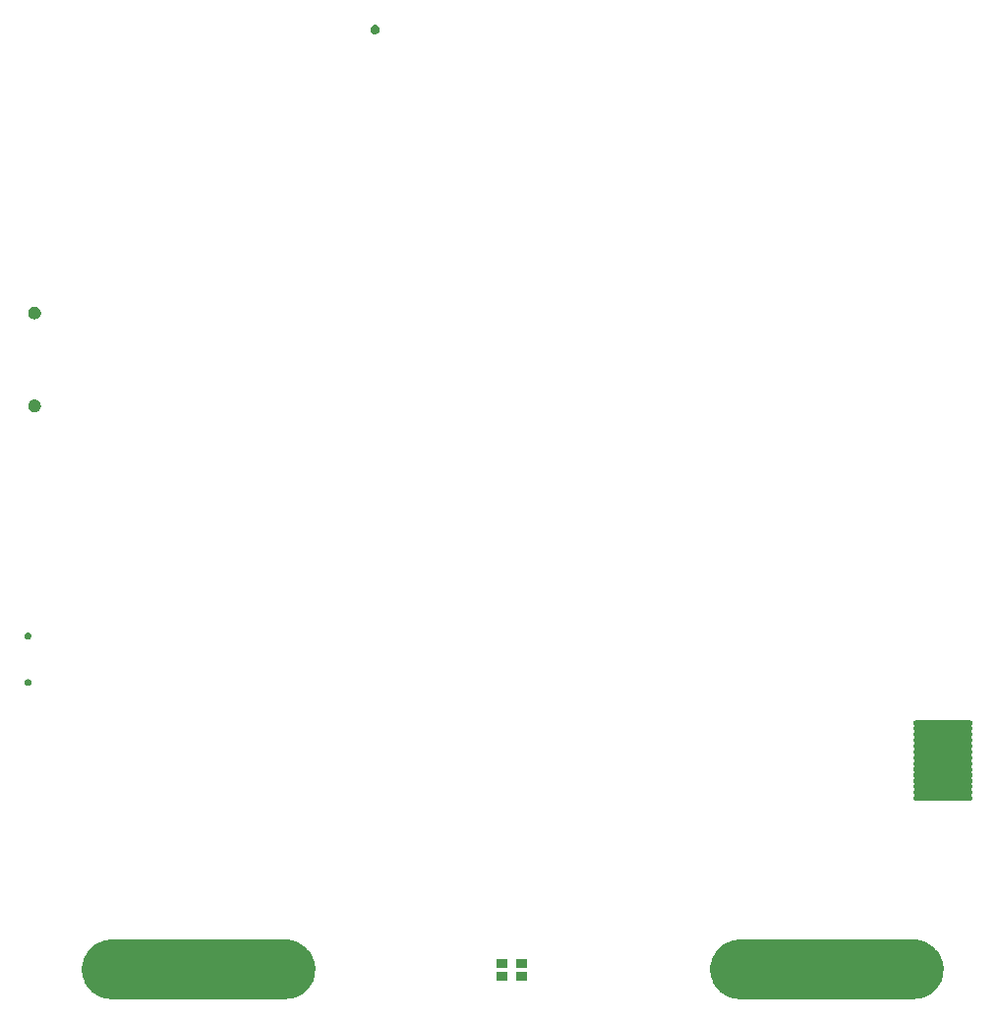
<source format=gts>
G04 #@! TF.GenerationSoftware,KiCad,Pcbnew,5.99.0-unknown-c3175b4~100~ubuntu16.04.1*
G04 #@! TF.CreationDate,2020-01-01T10:39:56+05:30*
G04 #@! TF.ProjectId,paperd.ink_final_panel,70617065-7264-42e6-996e-6b5f66696e61,rev?*
G04 #@! TF.SameCoordinates,Original*
G04 #@! TF.FileFunction,Soldermask,Top*
G04 #@! TF.FilePolarity,Negative*
%FSLAX46Y46*%
G04 Gerber Fmt 4.6, Leading zero omitted, Abs format (unit mm)*
G04 Created by KiCad (PCBNEW 5.99.0-unknown-c3175b4~100~ubuntu16.04.1) date 2020-01-01 10:39:56*
%MOMM*%
%LPD*%
G04 APERTURE LIST*
%ADD10C,0.100000*%
G04 APERTURE END LIST*
D10*
G36*
X128452062Y-151723955D02*
G01*
X128455057Y-151723955D01*
X128604318Y-151733346D01*
X128769330Y-151743523D01*
X128770977Y-151743831D01*
X128775414Y-151744110D01*
X128919255Y-151771549D01*
X129078656Y-151801347D01*
X129083444Y-151802870D01*
X129090719Y-151804258D01*
X129227108Y-151848573D01*
X129378533Y-151896745D01*
X129386144Y-151900247D01*
X129396000Y-151903449D01*
X129522881Y-151963155D01*
X129664401Y-152028264D01*
X129674398Y-152034454D01*
X129686441Y-152040121D01*
X129802325Y-152113663D01*
X129931952Y-152193925D01*
X129943722Y-152203397D01*
X129957462Y-152212116D01*
X130060978Y-152297752D01*
X130177113Y-152391205D01*
X130189963Y-152404457D01*
X130204790Y-152416723D01*
X130294809Y-152512583D01*
X130396171Y-152617117D01*
X130409306Y-152634511D01*
X130424523Y-152650715D01*
X130500145Y-152754801D01*
X130585812Y-152868241D01*
X130598380Y-152890010D01*
X130613196Y-152910402D01*
X130673813Y-153020663D01*
X130743149Y-153140757D01*
X130754237Y-153166954D01*
X130767835Y-153191688D01*
X130813146Y-153306132D01*
X130865808Y-153430550D01*
X130874495Y-153461082D01*
X130885999Y-153490138D01*
X130915930Y-153606713D01*
X130951923Y-153733215D01*
X130957293Y-153767812D01*
X130965826Y-153801044D01*
X130971080Y-153856629D01*
X131000341Y-154045129D01*
X131011156Y-154279039D01*
X131011098Y-154279972D01*
X131011101Y-154279999D01*
X131011101Y-154280001D01*
X131010881Y-154283505D01*
X130991725Y-154594082D01*
X130991146Y-154597179D01*
X130990946Y-154600358D01*
X130971290Y-154703395D01*
X130933901Y-154903408D01*
X130931990Y-154909416D01*
X130930798Y-154915663D01*
X130892745Y-155032780D01*
X130838503Y-155203285D01*
X130834560Y-155211855D01*
X130831607Y-155220944D01*
X130776548Y-155337951D01*
X130706984Y-155489153D01*
X130700370Y-155499834D01*
X130694935Y-155511385D01*
X130624398Y-155622534D01*
X130541323Y-155756704D01*
X130531519Y-155768887D01*
X130522940Y-155782406D01*
X130438679Y-155884261D01*
X130344043Y-156001865D01*
X130330623Y-156014878D01*
X130318333Y-156029734D01*
X130222283Y-156119931D01*
X130118131Y-156220923D01*
X130100801Y-156234010D01*
X130084341Y-156249467D01*
X129978613Y-156326282D01*
X129867007Y-156410564D01*
X129845590Y-156422929D01*
X129824654Y-156438140D01*
X129711452Y-156500374D01*
X129594491Y-156567901D01*
X129568978Y-156578700D01*
X129543368Y-156592779D01*
X129424874Y-156639694D01*
X129304698Y-156690560D01*
X129275207Y-156698951D01*
X129244918Y-156710943D01*
X129123396Y-156742145D01*
X129002033Y-156776675D01*
X128968842Y-156781827D01*
X128934012Y-156790770D01*
X128875755Y-156796277D01*
X128690119Y-156825093D01*
X128456797Y-156835881D01*
X128455057Y-156836045D01*
X128453240Y-156836045D01*
X128452353Y-156836086D01*
X113468603Y-156836086D01*
X113467938Y-156836045D01*
X113464943Y-156836045D01*
X113315682Y-156826654D01*
X113150670Y-156816477D01*
X113149023Y-156816169D01*
X113144586Y-156815890D01*
X113000745Y-156788451D01*
X112841344Y-156758653D01*
X112836556Y-156757130D01*
X112829281Y-156755742D01*
X112692892Y-156711427D01*
X112541467Y-156663255D01*
X112533856Y-156659753D01*
X112524000Y-156656551D01*
X112397119Y-156596845D01*
X112255599Y-156531736D01*
X112245602Y-156525546D01*
X112233559Y-156519879D01*
X112117675Y-156446337D01*
X111988048Y-156366075D01*
X111976278Y-156356603D01*
X111962538Y-156347884D01*
X111859022Y-156262248D01*
X111742887Y-156168795D01*
X111730037Y-156155543D01*
X111715210Y-156143277D01*
X111625191Y-156047417D01*
X111523829Y-155942883D01*
X111510694Y-155925489D01*
X111495477Y-155909285D01*
X111419855Y-155805199D01*
X111334188Y-155691759D01*
X111321620Y-155669990D01*
X111306804Y-155649598D01*
X111246187Y-155539337D01*
X111176851Y-155419243D01*
X111165763Y-155393046D01*
X111152165Y-155368312D01*
X111106854Y-155253868D01*
X111054192Y-155129450D01*
X111045505Y-155098918D01*
X111034001Y-155069862D01*
X111004070Y-154953287D01*
X110968077Y-154826785D01*
X110962707Y-154792188D01*
X110954174Y-154758956D01*
X110948920Y-154703371D01*
X110919659Y-154514871D01*
X110908844Y-154280961D01*
X110908902Y-154280028D01*
X110908899Y-154280001D01*
X110908899Y-154279999D01*
X110909119Y-154276495D01*
X110928275Y-153965918D01*
X110928854Y-153962821D01*
X110929054Y-153959642D01*
X110948710Y-153856605D01*
X110986099Y-153656592D01*
X110988010Y-153650584D01*
X110989202Y-153644337D01*
X111027255Y-153527220D01*
X111081497Y-153356715D01*
X111085440Y-153348145D01*
X111088393Y-153339056D01*
X111143452Y-153222049D01*
X111213016Y-153070847D01*
X111219630Y-153060166D01*
X111225065Y-153048615D01*
X111295602Y-152937466D01*
X111378677Y-152803296D01*
X111388481Y-152791113D01*
X111397060Y-152777594D01*
X111481321Y-152675739D01*
X111575957Y-152558135D01*
X111589377Y-152545122D01*
X111601667Y-152530266D01*
X111697717Y-152440069D01*
X111801869Y-152339077D01*
X111819199Y-152325990D01*
X111835659Y-152310533D01*
X111941387Y-152233718D01*
X112052993Y-152149436D01*
X112074410Y-152137071D01*
X112095346Y-152121860D01*
X112208548Y-152059626D01*
X112325509Y-151992099D01*
X112351022Y-151981300D01*
X112376632Y-151967221D01*
X112495126Y-151920306D01*
X112615302Y-151869440D01*
X112644793Y-151861049D01*
X112675082Y-151849057D01*
X112796604Y-151817855D01*
X112917967Y-151783325D01*
X112951158Y-151778173D01*
X112985988Y-151769230D01*
X113044245Y-151763723D01*
X113229881Y-151734907D01*
X113463203Y-151724119D01*
X113464943Y-151723955D01*
X113466760Y-151723955D01*
X113467647Y-151723914D01*
X128451397Y-151723914D01*
X128452062Y-151723955D01*
X128452062Y-151723955D01*
G37*
G36*
X182552062Y-151723955D02*
G01*
X182555057Y-151723955D01*
X182704318Y-151733346D01*
X182869330Y-151743523D01*
X182870977Y-151743831D01*
X182875414Y-151744110D01*
X183019255Y-151771549D01*
X183178656Y-151801347D01*
X183183444Y-151802870D01*
X183190719Y-151804258D01*
X183327108Y-151848573D01*
X183478533Y-151896745D01*
X183486144Y-151900247D01*
X183496000Y-151903449D01*
X183622881Y-151963155D01*
X183764401Y-152028264D01*
X183774398Y-152034454D01*
X183786441Y-152040121D01*
X183902325Y-152113663D01*
X184031952Y-152193925D01*
X184043722Y-152203397D01*
X184057462Y-152212116D01*
X184160978Y-152297752D01*
X184277113Y-152391205D01*
X184289963Y-152404457D01*
X184304790Y-152416723D01*
X184394809Y-152512583D01*
X184496171Y-152617117D01*
X184509306Y-152634511D01*
X184524523Y-152650715D01*
X184600145Y-152754801D01*
X184685812Y-152868241D01*
X184698380Y-152890010D01*
X184713196Y-152910402D01*
X184773813Y-153020663D01*
X184843149Y-153140757D01*
X184854237Y-153166954D01*
X184867835Y-153191688D01*
X184913146Y-153306132D01*
X184965808Y-153430550D01*
X184974495Y-153461082D01*
X184985999Y-153490138D01*
X185015930Y-153606713D01*
X185051923Y-153733215D01*
X185057293Y-153767812D01*
X185065826Y-153801044D01*
X185071080Y-153856629D01*
X185100341Y-154045129D01*
X185111156Y-154279039D01*
X185111098Y-154279972D01*
X185111101Y-154279999D01*
X185111101Y-154280001D01*
X185110881Y-154283505D01*
X185091725Y-154594082D01*
X185091146Y-154597179D01*
X185090946Y-154600358D01*
X185071290Y-154703395D01*
X185033901Y-154903408D01*
X185031990Y-154909416D01*
X185030798Y-154915663D01*
X184992745Y-155032780D01*
X184938503Y-155203285D01*
X184934560Y-155211855D01*
X184931607Y-155220944D01*
X184876548Y-155337951D01*
X184806984Y-155489153D01*
X184800370Y-155499834D01*
X184794935Y-155511385D01*
X184724398Y-155622534D01*
X184641323Y-155756704D01*
X184631519Y-155768887D01*
X184622940Y-155782406D01*
X184538679Y-155884261D01*
X184444043Y-156001865D01*
X184430623Y-156014878D01*
X184418333Y-156029734D01*
X184322283Y-156119931D01*
X184218131Y-156220923D01*
X184200801Y-156234010D01*
X184184341Y-156249467D01*
X184078613Y-156326282D01*
X183967007Y-156410564D01*
X183945590Y-156422929D01*
X183924654Y-156438140D01*
X183811452Y-156500374D01*
X183694491Y-156567901D01*
X183668978Y-156578700D01*
X183643368Y-156592779D01*
X183524874Y-156639694D01*
X183404698Y-156690560D01*
X183375207Y-156698951D01*
X183344918Y-156710943D01*
X183223396Y-156742145D01*
X183102033Y-156776675D01*
X183068842Y-156781827D01*
X183034012Y-156790770D01*
X182975755Y-156796277D01*
X182790119Y-156825093D01*
X182556797Y-156835881D01*
X182555057Y-156836045D01*
X182553240Y-156836045D01*
X182552353Y-156836086D01*
X167568603Y-156836086D01*
X167567938Y-156836045D01*
X167564943Y-156836045D01*
X167415682Y-156826654D01*
X167250670Y-156816477D01*
X167249023Y-156816169D01*
X167244586Y-156815890D01*
X167100745Y-156788451D01*
X166941344Y-156758653D01*
X166936556Y-156757130D01*
X166929281Y-156755742D01*
X166792892Y-156711427D01*
X166641467Y-156663255D01*
X166633856Y-156659753D01*
X166624000Y-156656551D01*
X166497119Y-156596845D01*
X166355599Y-156531736D01*
X166345602Y-156525546D01*
X166333559Y-156519879D01*
X166217675Y-156446337D01*
X166088048Y-156366075D01*
X166076278Y-156356603D01*
X166062538Y-156347884D01*
X165959022Y-156262248D01*
X165842887Y-156168795D01*
X165830037Y-156155543D01*
X165815210Y-156143277D01*
X165725191Y-156047417D01*
X165623829Y-155942883D01*
X165610694Y-155925489D01*
X165595477Y-155909285D01*
X165519855Y-155805199D01*
X165434188Y-155691759D01*
X165421620Y-155669990D01*
X165406804Y-155649598D01*
X165346187Y-155539337D01*
X165276851Y-155419243D01*
X165265763Y-155393046D01*
X165252165Y-155368312D01*
X165206854Y-155253868D01*
X165154192Y-155129450D01*
X165145505Y-155098918D01*
X165134001Y-155069862D01*
X165104070Y-154953287D01*
X165068077Y-154826785D01*
X165062707Y-154792188D01*
X165054174Y-154758956D01*
X165048920Y-154703371D01*
X165019659Y-154514871D01*
X165008844Y-154280961D01*
X165008902Y-154280028D01*
X165008899Y-154280001D01*
X165008899Y-154279999D01*
X165009119Y-154276495D01*
X165028275Y-153965918D01*
X165028854Y-153962821D01*
X165029054Y-153959642D01*
X165048710Y-153856605D01*
X165086099Y-153656592D01*
X165088010Y-153650584D01*
X165089202Y-153644337D01*
X165127255Y-153527220D01*
X165181497Y-153356715D01*
X165185440Y-153348145D01*
X165188393Y-153339056D01*
X165243452Y-153222049D01*
X165313016Y-153070847D01*
X165319630Y-153060166D01*
X165325065Y-153048615D01*
X165395602Y-152937466D01*
X165478677Y-152803296D01*
X165488481Y-152791113D01*
X165497060Y-152777594D01*
X165581321Y-152675739D01*
X165675957Y-152558135D01*
X165689377Y-152545122D01*
X165701667Y-152530266D01*
X165797717Y-152440069D01*
X165901869Y-152339077D01*
X165919199Y-152325990D01*
X165935659Y-152310533D01*
X166041387Y-152233718D01*
X166152993Y-152149436D01*
X166174410Y-152137071D01*
X166195346Y-152121860D01*
X166308548Y-152059626D01*
X166425509Y-151992099D01*
X166451022Y-151981300D01*
X166476632Y-151967221D01*
X166595126Y-151920306D01*
X166715302Y-151869440D01*
X166744793Y-151861049D01*
X166775082Y-151849057D01*
X166896604Y-151817855D01*
X167017967Y-151783325D01*
X167051158Y-151778173D01*
X167085988Y-151769230D01*
X167144245Y-151763723D01*
X167329881Y-151734907D01*
X167563203Y-151724119D01*
X167564943Y-151723955D01*
X167566760Y-151723955D01*
X167567647Y-151723914D01*
X182551397Y-151723914D01*
X182552062Y-151723955D01*
X182552062Y-151723955D01*
G37*
G36*
X147511899Y-154495959D02*
G01*
X147528769Y-154507231D01*
X147540041Y-154524101D01*
X147546448Y-154556312D01*
X147546448Y-155231688D01*
X147543999Y-155244000D01*
X147540041Y-155263899D01*
X147528769Y-155280769D01*
X147511899Y-155292041D01*
X147492000Y-155295999D01*
X147479688Y-155298448D01*
X146704312Y-155298448D01*
X146672101Y-155292041D01*
X146655231Y-155280769D01*
X146643959Y-155263899D01*
X146637552Y-155231688D01*
X146637552Y-154556312D01*
X146643959Y-154524101D01*
X146655231Y-154507231D01*
X146672101Y-154495959D01*
X146704312Y-154489552D01*
X147479688Y-154489552D01*
X147511899Y-154495959D01*
X147511899Y-154495959D01*
G37*
G36*
X149211899Y-154495959D02*
G01*
X149228769Y-154507231D01*
X149240041Y-154524101D01*
X149246448Y-154556312D01*
X149246448Y-155231688D01*
X149243999Y-155244000D01*
X149240041Y-155263899D01*
X149228769Y-155280769D01*
X149211899Y-155292041D01*
X149192000Y-155295999D01*
X149179688Y-155298448D01*
X148404312Y-155298448D01*
X148372101Y-155292041D01*
X148355231Y-155280769D01*
X148343959Y-155263899D01*
X148337552Y-155231688D01*
X148337552Y-154556312D01*
X148343959Y-154524101D01*
X148355231Y-154507231D01*
X148372101Y-154495959D01*
X148404312Y-154489552D01*
X149179688Y-154489552D01*
X149211899Y-154495959D01*
X149211899Y-154495959D01*
G37*
G36*
X149211899Y-153395959D02*
G01*
X149228769Y-153407231D01*
X149240041Y-153424101D01*
X149246448Y-153456312D01*
X149246448Y-154131688D01*
X149243999Y-154144000D01*
X149240041Y-154163899D01*
X149228769Y-154180769D01*
X149211899Y-154192041D01*
X149192000Y-154195999D01*
X149179688Y-154198448D01*
X148404312Y-154198448D01*
X148372101Y-154192041D01*
X148355231Y-154180769D01*
X148343959Y-154163899D01*
X148337552Y-154131688D01*
X148337552Y-153456312D01*
X148343959Y-153424101D01*
X148355231Y-153407231D01*
X148372101Y-153395959D01*
X148404312Y-153389552D01*
X149179688Y-153389552D01*
X149211899Y-153395959D01*
X149211899Y-153395959D01*
G37*
G36*
X147511899Y-153395959D02*
G01*
X147528769Y-153407231D01*
X147540041Y-153424101D01*
X147546448Y-153456312D01*
X147546448Y-154131688D01*
X147543999Y-154144000D01*
X147540041Y-154163899D01*
X147528769Y-154180769D01*
X147511899Y-154192041D01*
X147492000Y-154195999D01*
X147479688Y-154198448D01*
X146704312Y-154198448D01*
X146672101Y-154192041D01*
X146655231Y-154180769D01*
X146643959Y-154163899D01*
X146637552Y-154131688D01*
X146637552Y-153456312D01*
X146643959Y-153424101D01*
X146655231Y-153407231D01*
X146672101Y-153395959D01*
X146704312Y-153389552D01*
X147479688Y-153389552D01*
X147511899Y-153395959D01*
X147511899Y-153395959D01*
G37*
G36*
X187402938Y-132855061D02*
G01*
X187407061Y-132855061D01*
X187439249Y-132861464D01*
X187477492Y-132868207D01*
X187479774Y-132869525D01*
X187485487Y-132870661D01*
X187509285Y-132886563D01*
X187538879Y-132903648D01*
X187544013Y-132909767D01*
X187551974Y-132915086D01*
X187565648Y-132935551D01*
X187580797Y-132953605D01*
X187582863Y-132961314D01*
X187596399Y-132981573D01*
X187611999Y-133059999D01*
X187611999Y-133060001D01*
X187610129Y-133069404D01*
X187599478Y-133129807D01*
X187597397Y-133133412D01*
X187596399Y-133138427D01*
X187582438Y-133159322D01*
X187564035Y-133191196D01*
X187557445Y-133196725D01*
X187551974Y-133204914D01*
X187538473Y-133213935D01*
X187501401Y-133269656D01*
X187500284Y-133340079D01*
X187525008Y-133387118D01*
X187544012Y-133409766D01*
X187551974Y-133415086D01*
X187565649Y-133435553D01*
X187580797Y-133453605D01*
X187582863Y-133461314D01*
X187596399Y-133481573D01*
X187611999Y-133559999D01*
X187611999Y-133560001D01*
X187610129Y-133569404D01*
X187599478Y-133629807D01*
X187597397Y-133633412D01*
X187596399Y-133638427D01*
X187582438Y-133659322D01*
X187564035Y-133691196D01*
X187557445Y-133696725D01*
X187551974Y-133704914D01*
X187538473Y-133713935D01*
X187501401Y-133769656D01*
X187500284Y-133840079D01*
X187525008Y-133887118D01*
X187544012Y-133909766D01*
X187551974Y-133915086D01*
X187565649Y-133935553D01*
X187580797Y-133953605D01*
X187582863Y-133961314D01*
X187596399Y-133981573D01*
X187611999Y-134059999D01*
X187611999Y-134060001D01*
X187610129Y-134069404D01*
X187599478Y-134129807D01*
X187597397Y-134133412D01*
X187596399Y-134138427D01*
X187582438Y-134159322D01*
X187564035Y-134191196D01*
X187557445Y-134196725D01*
X187551974Y-134204914D01*
X187538473Y-134213935D01*
X187501401Y-134269656D01*
X187500284Y-134340079D01*
X187525008Y-134387118D01*
X187544012Y-134409766D01*
X187551974Y-134415086D01*
X187565649Y-134435553D01*
X187580797Y-134453605D01*
X187582863Y-134461314D01*
X187596399Y-134481573D01*
X187611999Y-134559999D01*
X187611999Y-134560001D01*
X187610129Y-134569404D01*
X187599478Y-134629807D01*
X187597397Y-134633412D01*
X187596399Y-134638427D01*
X187582438Y-134659322D01*
X187564035Y-134691196D01*
X187557445Y-134696725D01*
X187551974Y-134704914D01*
X187538473Y-134713935D01*
X187501401Y-134769656D01*
X187500284Y-134840079D01*
X187525008Y-134887118D01*
X187544012Y-134909766D01*
X187551974Y-134915086D01*
X187565649Y-134935553D01*
X187580797Y-134953605D01*
X187582863Y-134961314D01*
X187596399Y-134981573D01*
X187611999Y-135059999D01*
X187611999Y-135060001D01*
X187610129Y-135069404D01*
X187599478Y-135129807D01*
X187597397Y-135133412D01*
X187596399Y-135138427D01*
X187582438Y-135159322D01*
X187564035Y-135191196D01*
X187557445Y-135196725D01*
X187551974Y-135204914D01*
X187538473Y-135213935D01*
X187501401Y-135269656D01*
X187500284Y-135340079D01*
X187525008Y-135387118D01*
X187544012Y-135409766D01*
X187551974Y-135415086D01*
X187565649Y-135435553D01*
X187580797Y-135453605D01*
X187582863Y-135461314D01*
X187596399Y-135481573D01*
X187611999Y-135559999D01*
X187611999Y-135560001D01*
X187610129Y-135569404D01*
X187599478Y-135629807D01*
X187597397Y-135633412D01*
X187596399Y-135638427D01*
X187582438Y-135659322D01*
X187564035Y-135691196D01*
X187557445Y-135696725D01*
X187551974Y-135704914D01*
X187538473Y-135713935D01*
X187501401Y-135769656D01*
X187500284Y-135840079D01*
X187525008Y-135887118D01*
X187544012Y-135909766D01*
X187551974Y-135915086D01*
X187565649Y-135935553D01*
X187580797Y-135953605D01*
X187582863Y-135961314D01*
X187596399Y-135981573D01*
X187611999Y-136059999D01*
X187611999Y-136060001D01*
X187610129Y-136069404D01*
X187599478Y-136129807D01*
X187597397Y-136133412D01*
X187596399Y-136138427D01*
X187582438Y-136159322D01*
X187564035Y-136191196D01*
X187557445Y-136196725D01*
X187551974Y-136204914D01*
X187538473Y-136213935D01*
X187501401Y-136269656D01*
X187500284Y-136340079D01*
X187525008Y-136387118D01*
X187544012Y-136409766D01*
X187551974Y-136415086D01*
X187565649Y-136435553D01*
X187580797Y-136453605D01*
X187582863Y-136461314D01*
X187596399Y-136481573D01*
X187611999Y-136559999D01*
X187611999Y-136560001D01*
X187610129Y-136569404D01*
X187599478Y-136629807D01*
X187597397Y-136633412D01*
X187596399Y-136638427D01*
X187582438Y-136659322D01*
X187564035Y-136691196D01*
X187557445Y-136696725D01*
X187551974Y-136704914D01*
X187538473Y-136713935D01*
X187501401Y-136769656D01*
X187500284Y-136840079D01*
X187525008Y-136887118D01*
X187544012Y-136909766D01*
X187551974Y-136915086D01*
X187565649Y-136935553D01*
X187580797Y-136953605D01*
X187582863Y-136961314D01*
X187596399Y-136981573D01*
X187611999Y-137059999D01*
X187611999Y-137060001D01*
X187610129Y-137069404D01*
X187599478Y-137129807D01*
X187597397Y-137133412D01*
X187596399Y-137138427D01*
X187582438Y-137159322D01*
X187564035Y-137191196D01*
X187557445Y-137196725D01*
X187551974Y-137204914D01*
X187538473Y-137213935D01*
X187501401Y-137269656D01*
X187500284Y-137340079D01*
X187525008Y-137387118D01*
X187544012Y-137409766D01*
X187551974Y-137415086D01*
X187565649Y-137435553D01*
X187580797Y-137453605D01*
X187582863Y-137461314D01*
X187596399Y-137481573D01*
X187611999Y-137559999D01*
X187611999Y-137560001D01*
X187610129Y-137569404D01*
X187599478Y-137629807D01*
X187597397Y-137633412D01*
X187596399Y-137638427D01*
X187582438Y-137659322D01*
X187564035Y-137691196D01*
X187557445Y-137696725D01*
X187551974Y-137704914D01*
X187538473Y-137713935D01*
X187501401Y-137769656D01*
X187500284Y-137840079D01*
X187525008Y-137887118D01*
X187544012Y-137909766D01*
X187551974Y-137915086D01*
X187565649Y-137935553D01*
X187580797Y-137953605D01*
X187582863Y-137961314D01*
X187596399Y-137981573D01*
X187611999Y-138059999D01*
X187611999Y-138060001D01*
X187610129Y-138069404D01*
X187599478Y-138129807D01*
X187597397Y-138133412D01*
X187596399Y-138138427D01*
X187582438Y-138159322D01*
X187564035Y-138191196D01*
X187557445Y-138196725D01*
X187551974Y-138204914D01*
X187538473Y-138213935D01*
X187501401Y-138269656D01*
X187500284Y-138340079D01*
X187525008Y-138387118D01*
X187544012Y-138409766D01*
X187551974Y-138415086D01*
X187565649Y-138435553D01*
X187580797Y-138453605D01*
X187582863Y-138461314D01*
X187596399Y-138481573D01*
X187611999Y-138559999D01*
X187611999Y-138560001D01*
X187610129Y-138569404D01*
X187599478Y-138629807D01*
X187597397Y-138633412D01*
X187596399Y-138638427D01*
X187582438Y-138659322D01*
X187564035Y-138691196D01*
X187557445Y-138696725D01*
X187551974Y-138704914D01*
X187538473Y-138713935D01*
X187501401Y-138769656D01*
X187500284Y-138840079D01*
X187525008Y-138887118D01*
X187544012Y-138909766D01*
X187551974Y-138915086D01*
X187565649Y-138935553D01*
X187580797Y-138953605D01*
X187582863Y-138961314D01*
X187596399Y-138981573D01*
X187611999Y-139059999D01*
X187611999Y-139060001D01*
X187610129Y-139069404D01*
X187599478Y-139129807D01*
X187597397Y-139133412D01*
X187596399Y-139138427D01*
X187582438Y-139159322D01*
X187564035Y-139191196D01*
X187557445Y-139196725D01*
X187551974Y-139204914D01*
X187538473Y-139213935D01*
X187501401Y-139269656D01*
X187500284Y-139340079D01*
X187525008Y-139387118D01*
X187544012Y-139409766D01*
X187551974Y-139415086D01*
X187565649Y-139435553D01*
X187580797Y-139453605D01*
X187582863Y-139461314D01*
X187596399Y-139481573D01*
X187611999Y-139559999D01*
X187611999Y-139560001D01*
X187610129Y-139569404D01*
X187599478Y-139629807D01*
X187597396Y-139633412D01*
X187596399Y-139638427D01*
X187582441Y-139659317D01*
X187564037Y-139691194D01*
X187557446Y-139696724D01*
X187551974Y-139704914D01*
X187530921Y-139718981D01*
X187514080Y-139733112D01*
X187506889Y-139735039D01*
X187485487Y-139749339D01*
X187407061Y-139764939D01*
X187395301Y-139764939D01*
X187391229Y-139766030D01*
X182723249Y-139766030D01*
X182717062Y-139764939D01*
X182712939Y-139764939D01*
X182680751Y-139758536D01*
X182642508Y-139751793D01*
X182640226Y-139750475D01*
X182634513Y-139749339D01*
X182610715Y-139733437D01*
X182581121Y-139716352D01*
X182575987Y-139710233D01*
X182568026Y-139704914D01*
X182554352Y-139684449D01*
X182539203Y-139666395D01*
X182537137Y-139658686D01*
X182523601Y-139638427D01*
X182508001Y-139560001D01*
X182508001Y-139559999D01*
X182509871Y-139550596D01*
X182520522Y-139490193D01*
X182522603Y-139486588D01*
X182523601Y-139481573D01*
X182537562Y-139460678D01*
X182555965Y-139428804D01*
X182562555Y-139423275D01*
X182568026Y-139415086D01*
X182581527Y-139406065D01*
X182618599Y-139350344D01*
X182619716Y-139279921D01*
X182594992Y-139232882D01*
X182575988Y-139210234D01*
X182568026Y-139204914D01*
X182554351Y-139184447D01*
X182539203Y-139166395D01*
X182537137Y-139158686D01*
X182523601Y-139138427D01*
X182508001Y-139060001D01*
X182508001Y-139059999D01*
X182509871Y-139050596D01*
X182520522Y-138990193D01*
X182522603Y-138986588D01*
X182523601Y-138981573D01*
X182537562Y-138960678D01*
X182555965Y-138928804D01*
X182562555Y-138923275D01*
X182568026Y-138915086D01*
X182581527Y-138906065D01*
X182618599Y-138850344D01*
X182619716Y-138779921D01*
X182594992Y-138732882D01*
X182575988Y-138710234D01*
X182568026Y-138704914D01*
X182554351Y-138684447D01*
X182539203Y-138666395D01*
X182537137Y-138658686D01*
X182523601Y-138638427D01*
X182508001Y-138560001D01*
X182508001Y-138559999D01*
X182509871Y-138550596D01*
X182520522Y-138490193D01*
X182522603Y-138486588D01*
X182523601Y-138481573D01*
X182537562Y-138460678D01*
X182555965Y-138428804D01*
X182562555Y-138423275D01*
X182568026Y-138415086D01*
X182581527Y-138406065D01*
X182618599Y-138350344D01*
X182619716Y-138279921D01*
X182594992Y-138232882D01*
X182575988Y-138210234D01*
X182568026Y-138204914D01*
X182554351Y-138184447D01*
X182539203Y-138166395D01*
X182537137Y-138158686D01*
X182523601Y-138138427D01*
X182508001Y-138060001D01*
X182508001Y-138059999D01*
X182509871Y-138050596D01*
X182520522Y-137990193D01*
X182522603Y-137986588D01*
X182523601Y-137981573D01*
X182537562Y-137960678D01*
X182555965Y-137928804D01*
X182562555Y-137923275D01*
X182568026Y-137915086D01*
X182581527Y-137906065D01*
X182618599Y-137850344D01*
X182619716Y-137779921D01*
X182594992Y-137732882D01*
X182575988Y-137710234D01*
X182568026Y-137704914D01*
X182554351Y-137684447D01*
X182539203Y-137666395D01*
X182537137Y-137658686D01*
X182523601Y-137638427D01*
X182508001Y-137560001D01*
X182508001Y-137559999D01*
X182509871Y-137550596D01*
X182520522Y-137490193D01*
X182522603Y-137486588D01*
X182523601Y-137481573D01*
X182537562Y-137460678D01*
X182555965Y-137428804D01*
X182562555Y-137423275D01*
X182568026Y-137415086D01*
X182581527Y-137406065D01*
X182618599Y-137350344D01*
X182619716Y-137279921D01*
X182594992Y-137232882D01*
X182575988Y-137210234D01*
X182568026Y-137204914D01*
X182554351Y-137184447D01*
X182539203Y-137166395D01*
X182537137Y-137158686D01*
X182523601Y-137138427D01*
X182508001Y-137060001D01*
X182508001Y-137059999D01*
X182509871Y-137050596D01*
X182520522Y-136990193D01*
X182522603Y-136986588D01*
X182523601Y-136981573D01*
X182537562Y-136960678D01*
X182555965Y-136928804D01*
X182562555Y-136923275D01*
X182568026Y-136915086D01*
X182581527Y-136906065D01*
X182618599Y-136850344D01*
X182619716Y-136779921D01*
X182594992Y-136732882D01*
X182575988Y-136710234D01*
X182568026Y-136704914D01*
X182554351Y-136684447D01*
X182539203Y-136666395D01*
X182537137Y-136658686D01*
X182523601Y-136638427D01*
X182508001Y-136560001D01*
X182508001Y-136559999D01*
X182509871Y-136550596D01*
X182520522Y-136490193D01*
X182522603Y-136486588D01*
X182523601Y-136481573D01*
X182537562Y-136460678D01*
X182555965Y-136428804D01*
X182562555Y-136423275D01*
X182568026Y-136415086D01*
X182581527Y-136406065D01*
X182618599Y-136350344D01*
X182619716Y-136279921D01*
X182594992Y-136232882D01*
X182575988Y-136210234D01*
X182568026Y-136204914D01*
X182554351Y-136184447D01*
X182539203Y-136166395D01*
X182537137Y-136158686D01*
X182523601Y-136138427D01*
X182508001Y-136060001D01*
X182508001Y-136059999D01*
X182509871Y-136050596D01*
X182520522Y-135990193D01*
X182522603Y-135986588D01*
X182523601Y-135981573D01*
X182537562Y-135960678D01*
X182555965Y-135928804D01*
X182562555Y-135923275D01*
X182568026Y-135915086D01*
X182581527Y-135906065D01*
X182618599Y-135850344D01*
X182619716Y-135779921D01*
X182594992Y-135732882D01*
X182575988Y-135710234D01*
X182568026Y-135704914D01*
X182554351Y-135684447D01*
X182539203Y-135666395D01*
X182537137Y-135658686D01*
X182523601Y-135638427D01*
X182508001Y-135560001D01*
X182508001Y-135559999D01*
X182509871Y-135550596D01*
X182520522Y-135490193D01*
X182522603Y-135486588D01*
X182523601Y-135481573D01*
X182537562Y-135460678D01*
X182555965Y-135428804D01*
X182562555Y-135423275D01*
X182568026Y-135415086D01*
X182581527Y-135406065D01*
X182618599Y-135350344D01*
X182619716Y-135279921D01*
X182594992Y-135232882D01*
X182575988Y-135210234D01*
X182568026Y-135204914D01*
X182554351Y-135184447D01*
X182539203Y-135166395D01*
X182537137Y-135158686D01*
X182523601Y-135138427D01*
X182508001Y-135060001D01*
X182508001Y-135059999D01*
X182509871Y-135050596D01*
X182520522Y-134990193D01*
X182522603Y-134986588D01*
X182523601Y-134981573D01*
X182537562Y-134960678D01*
X182555965Y-134928804D01*
X182562555Y-134923275D01*
X182568026Y-134915086D01*
X182581527Y-134906065D01*
X182618599Y-134850344D01*
X182619716Y-134779921D01*
X182594992Y-134732882D01*
X182575988Y-134710234D01*
X182568026Y-134704914D01*
X182554351Y-134684447D01*
X182539203Y-134666395D01*
X182537137Y-134658686D01*
X182523601Y-134638427D01*
X182508001Y-134560001D01*
X182508001Y-134559999D01*
X182509871Y-134550596D01*
X182520522Y-134490193D01*
X182522603Y-134486588D01*
X182523601Y-134481573D01*
X182537562Y-134460678D01*
X182555965Y-134428804D01*
X182562555Y-134423275D01*
X182568026Y-134415086D01*
X182581527Y-134406065D01*
X182618599Y-134350344D01*
X182619716Y-134279921D01*
X182594992Y-134232882D01*
X182575988Y-134210234D01*
X182568026Y-134204914D01*
X182554351Y-134184447D01*
X182539203Y-134166395D01*
X182537137Y-134158686D01*
X182523601Y-134138427D01*
X182508001Y-134060001D01*
X182508001Y-134059999D01*
X182509871Y-134050596D01*
X182520522Y-133990193D01*
X182522603Y-133986588D01*
X182523601Y-133981573D01*
X182537562Y-133960678D01*
X182555965Y-133928804D01*
X182562555Y-133923275D01*
X182568026Y-133915086D01*
X182581527Y-133906065D01*
X182618599Y-133850344D01*
X182619716Y-133779921D01*
X182594992Y-133732882D01*
X182575988Y-133710234D01*
X182568026Y-133704914D01*
X182554351Y-133684447D01*
X182539203Y-133666395D01*
X182537137Y-133658686D01*
X182523601Y-133638427D01*
X182508001Y-133560001D01*
X182508001Y-133559999D01*
X182509871Y-133550596D01*
X182520522Y-133490193D01*
X182522603Y-133486588D01*
X182523601Y-133481573D01*
X182537562Y-133460678D01*
X182555965Y-133428804D01*
X182562555Y-133423275D01*
X182568026Y-133415086D01*
X182581527Y-133406065D01*
X182618599Y-133350344D01*
X182619716Y-133279921D01*
X182594992Y-133232882D01*
X182575988Y-133210234D01*
X182568026Y-133204914D01*
X182554351Y-133184447D01*
X182539203Y-133166395D01*
X182537137Y-133158686D01*
X182523601Y-133138427D01*
X182508001Y-133060001D01*
X182508001Y-133059999D01*
X182509871Y-133050596D01*
X182520522Y-132990193D01*
X182522604Y-132986588D01*
X182523601Y-132981573D01*
X182537559Y-132960683D01*
X182555963Y-132928806D01*
X182562554Y-132923276D01*
X182568026Y-132915086D01*
X182589079Y-132901019D01*
X182605920Y-132886888D01*
X182613111Y-132884961D01*
X182634513Y-132870661D01*
X182712939Y-132855061D01*
X182724699Y-132855061D01*
X182728771Y-132853970D01*
X187396751Y-132853970D01*
X187402938Y-132855061D01*
X187402938Y-132855061D01*
G37*
G36*
X106275224Y-129299000D02*
G01*
X106307674Y-129299000D01*
X106321880Y-129303616D01*
X106345431Y-129305946D01*
X106375144Y-129320923D01*
X106398354Y-129328464D01*
X106417038Y-129342039D01*
X106445562Y-129356416D01*
X106462341Y-129374953D01*
X106475492Y-129384508D01*
X106493807Y-129409716D01*
X106520810Y-129439549D01*
X106526812Y-129455144D01*
X106531536Y-129461646D01*
X106543580Y-129498712D01*
X106561085Y-129544197D01*
X106560986Y-129552284D01*
X106561000Y-129552326D01*
X106561000Y-129647674D01*
X106559775Y-129651444D01*
X106559632Y-129663142D01*
X106542508Y-129704586D01*
X106531536Y-129738354D01*
X106524626Y-129747865D01*
X106516812Y-129766776D01*
X106491674Y-129793220D01*
X106475492Y-129815492D01*
X106459357Y-129827215D01*
X106439555Y-129848045D01*
X106414065Y-129860122D01*
X106398354Y-129871536D01*
X106371674Y-129880205D01*
X106338221Y-129896054D01*
X106318352Y-129897531D01*
X106307674Y-129901000D01*
X106271665Y-129901000D01*
X106226398Y-129904364D01*
X106215291Y-129901000D01*
X106212326Y-129901000D01*
X106171608Y-129887770D01*
X106119081Y-129871861D01*
X106078051Y-129839862D01*
X106044508Y-129815492D01*
X106041509Y-129811364D01*
X106030660Y-129802903D01*
X106008437Y-129765845D01*
X105988464Y-129738354D01*
X105984339Y-129725659D01*
X105972992Y-129706737D01*
X105967026Y-129672374D01*
X105959000Y-129647674D01*
X105959000Y-129626151D01*
X105953810Y-129596259D01*
X105959000Y-129570167D01*
X105959000Y-129552326D01*
X105968151Y-129524162D01*
X105975686Y-129486282D01*
X105985487Y-129470808D01*
X105988464Y-129461646D01*
X106010508Y-129431305D01*
X106035686Y-129391554D01*
X106043711Y-129385605D01*
X106044508Y-129384508D01*
X106078797Y-129359595D01*
X106125765Y-129324778D01*
X106174138Y-129311408D01*
X106212326Y-129299000D01*
X106219032Y-129299000D01*
X106233844Y-129294906D01*
X106275224Y-129299000D01*
X106275224Y-129299000D01*
G37*
G36*
X106275224Y-125299000D02*
G01*
X106307674Y-125299000D01*
X106321880Y-125303616D01*
X106345431Y-125305946D01*
X106375144Y-125320923D01*
X106398354Y-125328464D01*
X106417038Y-125342039D01*
X106445562Y-125356416D01*
X106462341Y-125374953D01*
X106475492Y-125384508D01*
X106493807Y-125409716D01*
X106520810Y-125439549D01*
X106526812Y-125455144D01*
X106531536Y-125461646D01*
X106543580Y-125498712D01*
X106561085Y-125544197D01*
X106560986Y-125552284D01*
X106561000Y-125552326D01*
X106561000Y-125647674D01*
X106559775Y-125651444D01*
X106559632Y-125663142D01*
X106542508Y-125704586D01*
X106531536Y-125738354D01*
X106524626Y-125747865D01*
X106516812Y-125766776D01*
X106491674Y-125793220D01*
X106475492Y-125815492D01*
X106459357Y-125827215D01*
X106439555Y-125848045D01*
X106414065Y-125860122D01*
X106398354Y-125871536D01*
X106371674Y-125880205D01*
X106338221Y-125896054D01*
X106318352Y-125897531D01*
X106307674Y-125901000D01*
X106271665Y-125901000D01*
X106226398Y-125904364D01*
X106215291Y-125901000D01*
X106212326Y-125901000D01*
X106171608Y-125887770D01*
X106119081Y-125871861D01*
X106078051Y-125839862D01*
X106044508Y-125815492D01*
X106041509Y-125811364D01*
X106030660Y-125802903D01*
X106008437Y-125765845D01*
X105988464Y-125738354D01*
X105984339Y-125725659D01*
X105972992Y-125706737D01*
X105967026Y-125672374D01*
X105959000Y-125647674D01*
X105959000Y-125626151D01*
X105953810Y-125596259D01*
X105959000Y-125570167D01*
X105959000Y-125552326D01*
X105968151Y-125524162D01*
X105975686Y-125486282D01*
X105985487Y-125470808D01*
X105988464Y-125461646D01*
X106010508Y-125431305D01*
X106035686Y-125391554D01*
X106043711Y-125385605D01*
X106044508Y-125384508D01*
X106078797Y-125359595D01*
X106125765Y-125324778D01*
X106174138Y-125311408D01*
X106212326Y-125299000D01*
X106219032Y-125299000D01*
X106233844Y-125294906D01*
X106275224Y-125299000D01*
X106275224Y-125299000D01*
G37*
G36*
X106847381Y-105222783D02*
G01*
X106870734Y-105221314D01*
X106921992Y-105232209D01*
X106965218Y-105237670D01*
X106986974Y-105246021D01*
X107018399Y-105252701D01*
X107057154Y-105272961D01*
X107089724Y-105285464D01*
X107115993Y-105303721D01*
X107152185Y-105322642D01*
X107177727Y-105346628D01*
X107199239Y-105361579D01*
X107226135Y-105392086D01*
X107262233Y-105425985D01*
X107275865Y-105448493D01*
X107287433Y-105461615D01*
X107310289Y-105505334D01*
X107340437Y-105555114D01*
X107345164Y-105572043D01*
X107349220Y-105579802D01*
X107363047Y-105636095D01*
X107381034Y-105700518D01*
X107379333Y-105863006D01*
X107359987Y-105927082D01*
X107344997Y-105983026D01*
X107340781Y-105990695D01*
X107335699Y-106007527D01*
X107304508Y-106056676D01*
X107280747Y-106099898D01*
X107268908Y-106112772D01*
X107254808Y-106134991D01*
X107218006Y-106168128D01*
X107190478Y-106198064D01*
X107168657Y-106212562D01*
X107142620Y-106236006D01*
X107106045Y-106254162D01*
X107079394Y-106271869D01*
X107046565Y-106283688D01*
X107007399Y-106303130D01*
X106975839Y-106309150D01*
X106953916Y-106317043D01*
X106910593Y-106321597D01*
X106859108Y-106331418D01*
X106835787Y-106329460D01*
X106821284Y-106330984D01*
X106769548Y-106323897D01*
X106708673Y-106318785D01*
X106694937Y-106313677D01*
X106689150Y-106312884D01*
X106632595Y-106290492D01*
X106567177Y-106266163D01*
X106508252Y-106223352D01*
X106456441Y-106186532D01*
X106454537Y-106184326D01*
X106445044Y-106177429D01*
X106405302Y-106127287D01*
X106369300Y-106085579D01*
X106364001Y-106075179D01*
X106351272Y-106059119D01*
X106329838Y-106008129D01*
X106308754Y-105966749D01*
X106304096Y-105946892D01*
X106292771Y-105919950D01*
X106286928Y-105873696D01*
X106278299Y-105836909D01*
X106278604Y-105807808D01*
X106273850Y-105770176D01*
X106279392Y-105732647D01*
X106279697Y-105703552D01*
X106289092Y-105666961D01*
X106295904Y-105620831D01*
X106307791Y-105594132D01*
X106312864Y-105574375D01*
X106334815Y-105533436D01*
X106357307Y-105482918D01*
X106370366Y-105467132D01*
X106375883Y-105456843D01*
X106412753Y-105415895D01*
X106453535Y-105366598D01*
X106463171Y-105359901D01*
X106465122Y-105357734D01*
X106517700Y-105322002D01*
X106577500Y-105280440D01*
X106643435Y-105257479D01*
X106700424Y-105236285D01*
X106706223Y-105235614D01*
X106720067Y-105230793D01*
X106781037Y-105226957D01*
X106832909Y-105220955D01*
X106847381Y-105222783D01*
X106847381Y-105222783D01*
G37*
G36*
X106847381Y-97222783D02*
G01*
X106870734Y-97221314D01*
X106921992Y-97232209D01*
X106965218Y-97237670D01*
X106986974Y-97246021D01*
X107018399Y-97252701D01*
X107057154Y-97272961D01*
X107089724Y-97285464D01*
X107115993Y-97303721D01*
X107152185Y-97322642D01*
X107177727Y-97346628D01*
X107199239Y-97361579D01*
X107226135Y-97392086D01*
X107262233Y-97425985D01*
X107275865Y-97448493D01*
X107287433Y-97461615D01*
X107310289Y-97505334D01*
X107340437Y-97555114D01*
X107345164Y-97572043D01*
X107349220Y-97579802D01*
X107363047Y-97636095D01*
X107381034Y-97700518D01*
X107379333Y-97863006D01*
X107359987Y-97927082D01*
X107344997Y-97983026D01*
X107340781Y-97990695D01*
X107335699Y-98007527D01*
X107304508Y-98056676D01*
X107280747Y-98099898D01*
X107268908Y-98112772D01*
X107254808Y-98134991D01*
X107218006Y-98168128D01*
X107190478Y-98198064D01*
X107168657Y-98212562D01*
X107142620Y-98236006D01*
X107106045Y-98254162D01*
X107079394Y-98271869D01*
X107046565Y-98283688D01*
X107007399Y-98303130D01*
X106975839Y-98309150D01*
X106953916Y-98317043D01*
X106910593Y-98321597D01*
X106859108Y-98331418D01*
X106835787Y-98329460D01*
X106821284Y-98330984D01*
X106769548Y-98323897D01*
X106708673Y-98318785D01*
X106694937Y-98313677D01*
X106689150Y-98312884D01*
X106632595Y-98290492D01*
X106567177Y-98266163D01*
X106508252Y-98223352D01*
X106456441Y-98186532D01*
X106454537Y-98184326D01*
X106445044Y-98177429D01*
X106405302Y-98127287D01*
X106369300Y-98085579D01*
X106364001Y-98075179D01*
X106351272Y-98059119D01*
X106329838Y-98008129D01*
X106308754Y-97966749D01*
X106304096Y-97946892D01*
X106292771Y-97919950D01*
X106286928Y-97873696D01*
X106278299Y-97836909D01*
X106278604Y-97807808D01*
X106273850Y-97770176D01*
X106279392Y-97732647D01*
X106279697Y-97703552D01*
X106289092Y-97666961D01*
X106295904Y-97620831D01*
X106307791Y-97594132D01*
X106312864Y-97574375D01*
X106334815Y-97533436D01*
X106357307Y-97482918D01*
X106370366Y-97467132D01*
X106375883Y-97456843D01*
X106412753Y-97415895D01*
X106453535Y-97366598D01*
X106463171Y-97359901D01*
X106465122Y-97357734D01*
X106517700Y-97322002D01*
X106577500Y-97280440D01*
X106643435Y-97257479D01*
X106700424Y-97236285D01*
X106706223Y-97235614D01*
X106720067Y-97230793D01*
X106781037Y-97226957D01*
X106832909Y-97220955D01*
X106847381Y-97222783D01*
X106847381Y-97222783D01*
G37*
G36*
X136192307Y-72989001D02*
G01*
X136213512Y-72989001D01*
X136253630Y-73002036D01*
X136287117Y-73009154D01*
X136306131Y-73019094D01*
X136334319Y-73028253D01*
X136361693Y-73048141D01*
X136384480Y-73060054D01*
X136406328Y-73080570D01*
X136437084Y-73102916D01*
X136452030Y-73123487D01*
X136464572Y-73135265D01*
X136484530Y-73168220D01*
X136511747Y-73205681D01*
X136516991Y-73221820D01*
X136521487Y-73229244D01*
X136534218Y-73274841D01*
X136550999Y-73326488D01*
X136550999Y-73453512D01*
X136533157Y-73508425D01*
X136518038Y-73558502D01*
X136515678Y-73562221D01*
X136511747Y-73574319D01*
X136482135Y-73615076D01*
X136459168Y-73651267D01*
X136449548Y-73659929D01*
X136437084Y-73677084D01*
X136402962Y-73701875D01*
X136377519Y-73724784D01*
X136358298Y-73734325D01*
X136334319Y-73751747D01*
X136302137Y-73762203D01*
X136279108Y-73773635D01*
X136249672Y-73779250D01*
X136213512Y-73790999D01*
X136188081Y-73790999D01*
X136171185Y-73794222D01*
X136132800Y-73790999D01*
X136086488Y-73790999D01*
X136070350Y-73785755D01*
X136061698Y-73785029D01*
X136017326Y-73768527D01*
X135965681Y-73751747D01*
X135958839Y-73746776D01*
X135958723Y-73746733D01*
X135869837Y-73682153D01*
X135869761Y-73682057D01*
X135862916Y-73677084D01*
X135830980Y-73633128D01*
X135801590Y-73596047D01*
X135798227Y-73588048D01*
X135788253Y-73574319D01*
X135773943Y-73530278D01*
X135759014Y-73494762D01*
X135756858Y-73477692D01*
X135749001Y-73453512D01*
X135749001Y-73415502D01*
X135745244Y-73385763D01*
X135749001Y-73360322D01*
X135749001Y-73326488D01*
X135758160Y-73298299D01*
X135761295Y-73277070D01*
X135775219Y-73245796D01*
X135788253Y-73205681D01*
X135800718Y-73188524D01*
X135805983Y-73176699D01*
X135833303Y-73143675D01*
X135862916Y-73102916D01*
X135873208Y-73095439D01*
X135876016Y-73092044D01*
X135918992Y-73062175D01*
X135965681Y-73028253D01*
X136020555Y-73010424D01*
X136069992Y-72993208D01*
X136074392Y-72992931D01*
X136086488Y-72989001D01*
X136136856Y-72989001D01*
X136179642Y-72986309D01*
X136192307Y-72989001D01*
X136192307Y-72989001D01*
G37*
M02*

</source>
